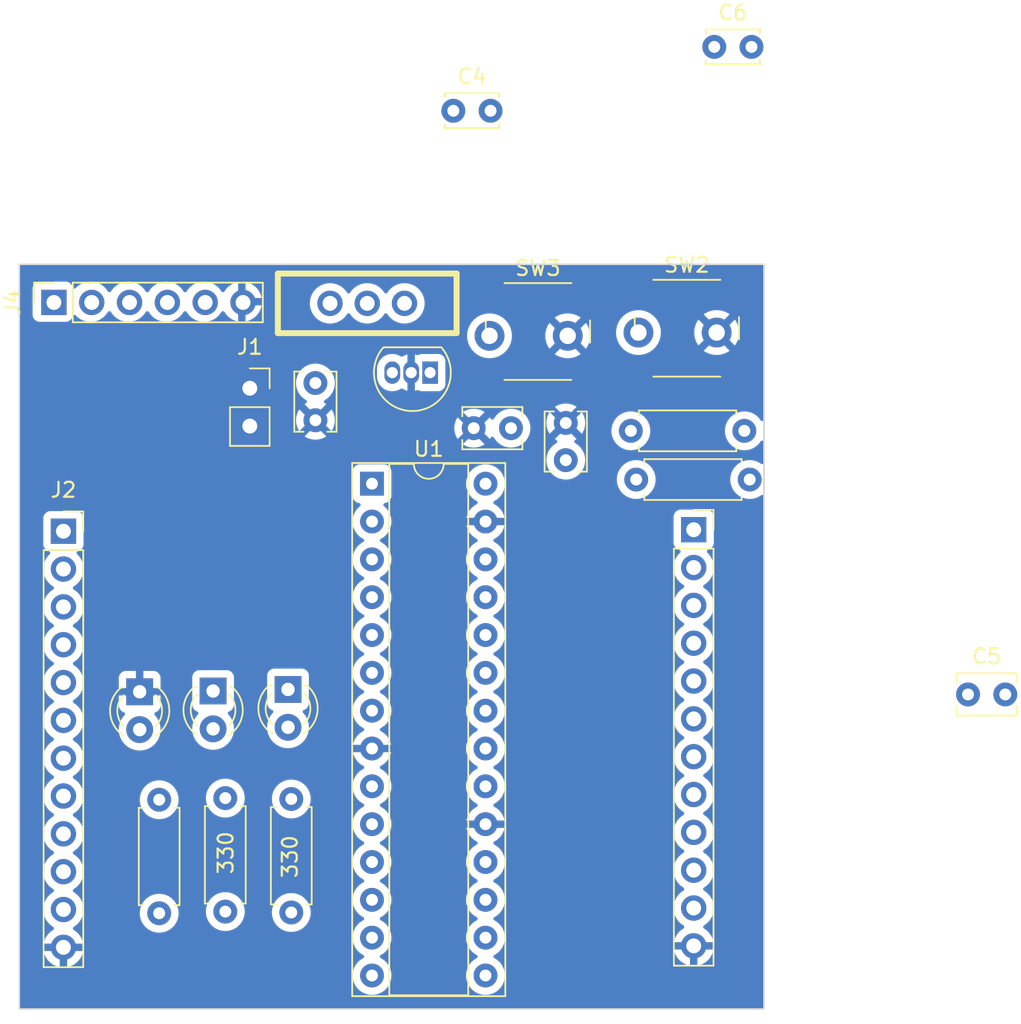
<source format=kicad_pcb>
(kicad_pcb (version 20221018) (generator pcbnew)
  (layers (0 "F.Cu" signal) (31 "B.Cu" signal) (34 "B.Paste" user) (35 "F.Paste" user) (36 "B.SilkS" user "B.Silkscreen") (37 "F.SilkS" user "F.Silkscreen") (38 "B.Mask" user) (39 "F.Mask" user) (44 "Edge.Cuts" user))
  (net 0 "")
  (net 1 "+3.3V")
  (net 2 "GND")
  (net 3 "/GREEN")
  (net 4 "Net-(D1-A)")
  (net 5 "Net-(D2-A)")
  (net 6 "/YELLOW")
  (net 7 "Net-(D3-A)")
  (net 8 "Net-(J1-Pin_1)")
  (net 9 "/A0")
  (net 10 "/A1")
  (net 11 "/B0")
  (net 12 "/B1")
  (net 13 "/B2")
  (net 14 "/A3")
  (net 15 "/B6")
  (net 16 "/Vin")
  (net 17 "/B15")
  (net 18 "/B14")
  (net 19 "/B13")
  (net 20 "/B12")
  (net 21 "/B11")
  (net 22 "/B10")
  (net 23 "/B9")
  (net 24 "/B8")
  (net 25 "/B7")
  (net 27 "/U1TX")
  (net 28 "/U1RX")
  (net 29 "Net-(J4-Pin_4)")
  (net 31 "/MCLR")
  (net 32 "/USER")
  (net 33 "Net-(U1-Vcap)")
  (footprint "Capacitor_THT:C_Disc_D3.4mm_W2.1mm_P2.50mm" (layer "F.Cu") (at 146.66 85.4)
    (fp_text reference "C6" (at 1.25 -2.3) (layer "F.SilkS"))
    (fp_text value "0.1uF")
    (fp_line (start -0.57 -1.17) (end -0.57 -0.925) (stroke (width 0.12)) (layer "F.SilkS"))
    (fp_line (start -0.57 -1.17) (end 3.07 -1.17) (stroke (width 0.12)) (layer "F.SilkS"))
    (fp_line (start -0.57 0.925) (end -0.57 1.17) (stroke (width 0.12)) (layer "F.SilkS"))
    (fp_line (start -0.57 1.17) (end 3.07 1.17) (stroke (width 0.12)) (layer "F.SilkS"))
    (fp_line (start 3.07 -1.17) (end 3.07 -0.925) (stroke (width 0.12)) (layer "F.SilkS"))
    (fp_line (start 3.07 0.925) (end 3.07 1.17) (stroke (width 0.12)) (layer "F.SilkS"))
    (pad "1" thru_hole circle (at 0 0) (size 1.6 1.6) (drill 0.8) (layers "*.Cu" "*.Mask") (net 1 "+3.3V"))
    (pad "2" thru_hole circle (at 2.5 0) (size 1.6 1.6) (drill 0.8) (layers "*.Cu" "*.Mask") (net 2 "GND"))
  )
  (footprint "Capacitor_THT:C_Disc_D3.8mm_W2.6mm_P2.50mm" (layer "F.Cu") (at 133.01 111 180)
    (fp_text reference "C2" hide)
    (fp_text value "1uF")
    (fp_line (start -0.77 -1.42) (end -0.77 -0.795) (stroke (width 0.12)) (layer "F.SilkS"))
    (fp_line (start -0.77 -1.42) (end 3.27 -1.42) (stroke (width 0.12)) (layer "F.SilkS"))
    (fp_line (start -0.77 0.795) (end -0.77 1.42) (stroke (width 0.12)) (layer "F.SilkS"))
    (fp_line (start -0.77 1.42) (end 3.27 1.42) (stroke (width 0.12)) (layer "F.SilkS"))
    (fp_line (start 3.27 -1.42) (end 3.27 -0.795) (stroke (width 0.12)) (layer "F.SilkS"))
    (fp_line (start 3.27 0.795) (end 3.27 1.42) (stroke (width 0.12)) (layer "F.SilkS"))
    (pad "1" thru_hole circle (at 0 0 180) (size 1.6 1.6) (drill 0.8) (layers "*.Cu" "*.Mask") (net 1 "+3.3V"))
    (pad "2" thru_hole circle (at 2.5 0 180) (size 1.6 1.6) (drill 0.8) (layers "*.Cu" "*.Mask") (net 2 "GND"))
  )
  (footprint "ME433:SlideSwitch" (layer "F.Cu") (at 123.36 102.62)
    (fp_text reference "SW1" hide)
    (fp_text value "PWR" hide)
    (fp_line (start -6 -2) (end -6 2) (stroke (width 0.4)) (layer "F.SilkS"))
    (fp_line (start -6 2) (end 6 2) (stroke (width 0.4)) (layer "F.SilkS"))
    (fp_line (start 6 -2) (end -6 -2) (stroke (width 0.4)) (layer "F.SilkS"))
    (fp_line (start 6 -2) (end 6 2) (stroke (width 0.4)) (layer "F.SilkS"))
    (pad "1" thru_hole circle (at -2.5 0) (size 1.7 1.7) (drill 1) (layers "*.Cu" "*.Mask") (net 29 "Net-(J4-Pin_4)"))
    (pad "2" thru_hole circle (at 0 0) (size 1.7 1.7) (drill 1) (layers "*.Cu" "*.Mask") (net 16 "/Vin"))
    (pad "3" thru_hole circle (at 2.5 0) (size 1.7 1.7) (drill 1) (layers "*.Cu" "*.Mask") (net 8 "Net-(J1-Pin_1)"))
  )
  (footprint "ME433:SW_PUSH" (layer "F.Cu") (at 131.57 102.26)
    (fp_text reference "SW3" (at 3.25 -2) (layer "F.SilkS"))
    (fp_text value "USER")
    (fp_line (start -0.25 1.5) (end -0.25 3) (stroke (width 0.12)) (layer "F.SilkS"))
    (fp_line (start 1 5.5) (end 5.5 5.5) (stroke (width 0.12)) (layer "F.SilkS"))
    (fp_line (start 5.5 -1) (end 1 -1) (stroke (width 0.12)) (layer "F.SilkS"))
    (fp_line (start 6.75 3) (end 6.75 1.5) (stroke (width 0.12)) (layer "F.SilkS"))
    (pad "1" thru_hole circle (at 0 2.54 90) (size 2 2) (drill 1.1) (layers "*.Cu" "*.Mask") (net 32 "/USER"))
    (pad "2" thru_hole circle (at 5.25 2.54 90) (size 2 2) (drill 1.1) (layers "*.Cu" "*.Mask") (net 2 "GND"))
  )
  (footprint "ME433:SW_PUSH" (layer "F.Cu") (at 141.57 102.04)
    (fp_text reference "SW2" (at 3.25 -2) (layer "F.SilkS"))
    (fp_text value "MCLR")
    (fp_line (start -0.25 1.5) (end -0.25 3) (stroke (width 0.12)) (layer "F.SilkS"))
    (fp_line (start 1 5.5) (end 5.5 5.5) (stroke (width 0.12)) (layer "F.SilkS"))
    (fp_line (start 5.5 -1) (end 1 -1) (stroke (width 0.12)) (layer "F.SilkS"))
    (fp_line (start 6.75 3) (end 6.75 1.5) (stroke (width 0.12)) (layer "F.SilkS"))
    (pad "1" thru_hole circle (at 0 2.54 90) (size 2 2) (drill 1.1) (layers "*.Cu" "*.Mask") (net 31 "/MCLR"))
    (pad "2" thru_hole circle (at 5.25 2.54 90) (size 2 2) (drill 1.1) (layers "*.Cu" "*.Mask") (net 2 "GND"))
  )
  (footprint "Connector_PinSocket_2.54mm:PinSocket_1x06_P2.54mm_Vertical" (layer "F.Cu") (at 102.32 102.56 90)
    (fp_text reference "J4" (at 0 -2.77 90) (layer "F.SilkS"))
    (fp_text value "CP2102")
    (fp_line (start -1.33 1.27) (end -1.33 14.03) (stroke (width 0.12)) (layer "F.SilkS"))
    (fp_line (start -1.33 1.27) (end 1.33 1.27) (stroke (width 0.12)) (layer "F.SilkS"))
    (fp_line (start -1.33 14.03) (end 1.33 14.03) (stroke (width 0.12)) (layer "F.SilkS"))
    (fp_line (start 0 -1.33) (end 1.33 -1.33) (stroke (width 0.12)) (layer "F.SilkS"))
    (fp_line (start 1.33 -1.33) (end 1.33 0) (stroke (width 0.12)) (layer "F.SilkS"))
    (fp_line (start 1.33 1.27) (end 1.33 14.03) (stroke (width 0.12)) (layer "F.SilkS"))
    (pad "1" thru_hole rect (at 0 0 90) (size 1.7 1.7) (drill 1) (layers "*.Cu" "*.Mask"))
    (pad "2" thru_hole oval (at 0 2.54 90) (size 1.7 1.7) (drill 1) (layers "*.Cu" "*.Mask") (net 27 "/U1TX"))
    (pad "3" thru_hole oval (at 0 5.08 90) (size 1.7 1.7) (drill 1) (layers "*.Cu" "*.Mask") (net 28 "/U1RX"))
    (pad "4" thru_hole oval (at 0 7.62 90) (size 1.7 1.7) (drill 1) (layers "*.Cu" "*.Mask") (net 29 "Net-(J4-Pin_4)"))
    (pad "5" thru_hole oval (at 0 10.16 90) (size 1.7 1.7) (drill 1) (layers "*.Cu" "*.Mask"))
    (pad "6" thru_hole oval (at 0 12.7 90) (size 1.7 1.7) (drill 1) (layers "*.Cu" "*.Mask") (net 2 "GND"))
  )
  (footprint "Connector_PinSocket_2.54mm:PinSocket_1x12_P2.54mm_Vertical" (layer "F.Cu") (at 102.96 117.92)
    (fp_text reference "J2" (at 0 -2.77) (layer "F.SilkS"))
    (fp_text value "LEFT")
    (fp_line (start -1.33 1.27) (end -1.33 29.27) (stroke (width 0.12)) (layer "F.SilkS"))
    (fp_line (start -1.33 1.27) (end 1.33 1.27) (stroke (width 0.12)) (layer "F.SilkS"))
    (fp_line (start -1.33 29.27) (end 1.33 29.27) (stroke (width 0.12)) (layer "F.SilkS"))
    (fp_line (start 0 -1.33) (end 1.33 -1.33) (stroke (width 0.12)) (layer "F.SilkS"))
    (fp_line (start 1.33 -1.33) (end 1.33 0) (stroke (width 0.12)) (layer "F.SilkS"))
    (fp_line (start 1.33 1.27) (end 1.33 29.27) (stroke (width 0.12)) (layer "F.SilkS"))
    (pad "1" thru_hole rect (at 0 0) (size 1.7 1.7) (drill 1) (layers "*.Cu" "*.Mask") (net 9 "/A0"))
    (pad "2" thru_hole oval (at 0 2.54) (size 1.7 1.7) (drill 1) (layers "*.Cu" "*.Mask") (net 10 "/A1"))
    (pad "3" thru_hole oval (at 0 5.08) (size 1.7 1.7) (drill 1) (layers "*.Cu" "*.Mask") (net 11 "/B0"))
    (pad "4" thru_hole oval (at 0 7.62) (size 1.7 1.7) (drill 1) (layers "*.Cu" "*.Mask") (net 12 "/B1"))
    (pad "5" thru_hole oval (at 0 10.16) (size 1.7 1.7) (drill 1) (layers "*.Cu" "*.Mask") (net 13 "/B2"))
    (pad "6" thru_hole oval (at 0 12.7) (size 1.7 1.7) (drill 1) (layers "*.Cu" "*.Mask") (net 14 "/A3"))
    (pad "7" thru_hole oval (at 0 15.24) (size 1.7 1.7) (drill 1) (layers "*.Cu" "*.Mask") (net 3 "/GREEN"))
    (pad "8" thru_hole oval (at 0 17.78) (size 1.7 1.7) (drill 1) (layers "*.Cu" "*.Mask") (net 6 "/YELLOW"))
    (pad "9" thru_hole oval (at 0 20.32) (size 1.7 1.7) (drill 1) (layers "*.Cu" "*.Mask") (net 15 "/B6"))
    (pad "10" thru_hole oval (at 0 22.86) (size 1.7 1.7) (drill 1) (layers "*.Cu" "*.Mask") (net 16 "/Vin"))
    (pad "11" thru_hole oval (at 0 25.4) (size 1.7 1.7) (drill 1) (layers "*.Cu" "*.Mask") (net 1 "+3.3V"))
    (pad "12" thru_hole oval (at 0 27.94) (size 1.7 1.7) (drill 1) (layers "*.Cu" "*.Mask") (net 2 "GND"))
  )
  (footprint "Resistor_THT:R_Axial_DIN0207_L6.3mm_D2.5mm_P7.62mm_Horizontal" (layer "F.Cu") (at 113.83 135.84 -90)
    (fp_text reference "R2" hide)
    (fp_text value "330" (at 3.67 -0.03 90) (layer "F.SilkS"))
    (fp_line (start 0.54 -1.37) (end 7.08 -1.37) (stroke (width 0.12)) (layer "F.SilkS"))
    (fp_line (start 0.54 -1.04) (end 0.54 -1.37) (stroke (width 0.12)) (layer "F.SilkS"))
    (fp_line (start 0.54 1.04) (end 0.54 1.37) (stroke (width 0.12)) (layer "F.SilkS"))
    (fp_line (start 0.54 1.37) (end 7.08 1.37) (stroke (width 0.12)) (layer "F.SilkS"))
    (fp_line (start 7.08 -1.37) (end 7.08 -1.04) (stroke (width 0.12)) (layer "F.SilkS"))
    (fp_line (start 7.08 1.37) (end 7.08 1.04) (stroke (width 0.12)) (layer "F.SilkS"))
    (pad "1" thru_hole circle (at 0 0 270) (size 1.6 1.6) (drill 0.8) (layers "*.Cu" "*.Mask") (net 5 "Net-(D2-A)"))
    (pad "2" thru_hole oval (at 7.62 0 270) (size 1.6 1.6) (drill 0.8) (layers "*.Cu" "*.Mask") (net 1 "+3.3V"))
  )
  (footprint "Connector_PinSocket_2.54mm:PinSocket_1x12_P2.54mm_Vertical" (layer "F.Cu") (at 145.28 117.82)
    (fp_text reference "J3" hide)
    (fp_text value "RIGHT")
    (fp_line (start -1.33 1.27) (end -1.33 29.27) (stroke (width 0.12)) (layer "F.SilkS"))
    (fp_line (start -1.33 1.27) (end 1.33 1.27) (stroke (width 0.12)) (layer "F.SilkS"))
    (fp_line (start -1.33 29.27) (end 1.33 29.27) (stroke (width 0.12)) (layer "F.SilkS"))
    (fp_line (start 0 -1.33) (end 1.33 -1.33) (stroke (width 0.12)) (layer "F.SilkS"))
    (fp_line (start 1.33 -1.33) (end 1.33 0) (stroke (width 0.12)) (layer "F.SilkS"))
    (fp_line (start 1.33 1.27) (end 1.33 29.27) (stroke (width 0.12)) (layer "F.SilkS"))
    (pad "1" thru_hole rect (at 0 0) (size 1.7 1.7) (drill 1) (layers "*.Cu" "*.Mask") (net 17 "/B15"))
    (pad "2" thru_hole oval (at 0 2.54) (size 1.7 1.7) (drill 1) (layers "*.Cu" "*.Mask") (net 18 "/B14"))
    (pad "3" thru_hole oval (at 0 5.08) (size 1.7 1.7) (drill 1) (layers "*.Cu" "*.Mask") (net 19 "/B13"))
    (pad "4" thru_hole oval (at 0 7.62) (size 1.7 1.7) (drill 1) (layers "*.Cu" "*.Mask") (net 20 "/B12"))
    (pad "5" thru_hole oval (at 0 10.16) (size 1.7 1.7) (drill 1) (layers "*.Cu" "*.Mask") (net 21 "/B11"))
    (pad "6" thru_hole oval (at 0 12.7) (size 1.7 1.7) (drill 1) (layers "*.Cu" "*.Mask") (net 22 "/B10"))
    (pad "7" thru_hole oval (at 0 15.24) (size 1.7 1.7) (drill 1) (layers "*.Cu" "*.Mask") (net 23 "/B9"))
    (pad "8" thru_hole oval (at 0 17.78) (size 1.7 1.7) (drill 1) (layers "*.Cu" "*.Mask") (net 24 "/B8"))
    (pad "9" thru_hole oval (at 0 20.32) (size 1.7 1.7) (drill 1) (layers "*.Cu" "*.Mask") (net 25 "/B7"))
    (pad "10" thru_hole oval (at 0 22.86) (size 1.7 1.7) (drill 1) (layers "*.Cu" "*.Mask") (net 16 "/Vin"))
    (pad "11" thru_hole oval (at 0 25.4) (size 1.7 1.7) (drill 1) (layers "*.Cu" "*.Mask") (net 1 "+3.3V"))
    (pad "12" thru_hole oval (at 0 27.94) (size 1.7 1.7) (drill 1) (layers "*.Cu" "*.Mask") (net 2 "GND"))
  )
  (footprint "Resistor_THT:R_Axial_DIN0207_L6.3mm_D2.5mm_P7.62mm_Horizontal" (layer "F.Cu") (at 109.39 135.95 -90)
    (fp_text reference "R3" hide)
    (fp_text value "330")
    (fp_line (start 0.54 -1.37) (end 7.08 -1.37) (stroke (width 0.12)) (layer "F.SilkS"))
    (fp_line (start 0.54 -1.04) (end 0.54 -1.37) (stroke (width 0.12)) (layer "F.SilkS"))
    (fp_line (start 0.54 1.04) (end 0.54 1.37) (stroke (width 0.12)) (layer "F.SilkS"))
    (fp_line (start 0.54 1.37) (end 7.08 1.37) (stroke (width 0.12)) (layer "F.SilkS"))
    (fp_line (start 7.08 -1.37) (end 7.08 -1.04) (stroke (width 0.12)) (layer "F.SilkS"))
    (fp_line (start 7.08 1.37) (end 7.08 1.04) (stroke (width 0.12)) (layer "F.SilkS"))
    (pad "1" thru_hole circle (at 0 0 270) (size 1.6 1.6) (drill 0.8) (layers "*.Cu" "*.Mask") (net 7 "Net-(D3-A)"))
    (pad "2" thru_hole oval (at 7.62 0 270) (size 1.6 1.6) (drill 0.8) (layers "*.Cu" "*.Mask") (net 1 "+3.3V"))
  )
  (footprint "Resistor_THT:R_Axial_DIN0207_L6.3mm_D2.5mm_P7.62mm_Horizontal" (layer "F.Cu") (at 149.04 114.45 180)
    (fp_text reference "R5" hide)
    (fp_text value "10K")
    (fp_line (start 0.54 -1.37) (end 7.08 -1.37) (stroke (width 0.12)) (layer "F.SilkS"))
    (fp_line (start 0.54 -1.04) (end 0.54 -1.37) (stroke (width 0.12)) (layer "F.SilkS"))
    (fp_line (start 0.54 1.04) (end 0.54 1.37) (stroke (width 0.12)) (layer "F.SilkS"))
    (fp_line (start 0.54 1.37) (end 7.08 1.37) (stroke (width 0.12)) (layer "F.SilkS"))
    (fp_line (start 7.08 -1.37) (end 7.08 -1.04) (stroke (width 0.12)) (layer "F.SilkS"))
    (fp_line (start 7.08 1.37) (end 7.08 1.04) (stroke (width 0.12)) (layer "F.SilkS"))
    (pad "1" thru_hole circle (at 0 0 180) (size 1.6 1.6) (drill 0.8) (layers "*.Cu" "*.Mask") (net 1 "+3.3V"))
    (pad "2" thru_hole oval (at 7.62 0 180) (size 1.6 1.6) (drill 0.8) (layers "*.Cu" "*.Mask") (net 32 "/USER"))
  )
  (footprint "Resistor_THT:R_Axial_DIN0207_L6.3mm_D2.5mm_P7.62mm_Horizontal" (layer "F.Cu") (at 118.26 135.9 -90)
    (fp_text reference "330" (at 3.87 0.09 90) (layer "F.SilkS"))
    (fp_text value "R" hide)
    (fp_line (start 0.54 -1.37) (end 7.08 -1.37) (stroke (width 0.12)) (layer "F.SilkS"))
    (fp_line (start 0.54 -1.04) (end 0.54 -1.37) (stroke (width 0.12)) (layer "F.SilkS"))
    (fp_line (start 0.54 1.04) (end 0.54 1.37) (stroke (width 0.12)) (layer "F.SilkS"))
    (fp_line (start 0.54 1.37) (end 7.08 1.37) (stroke (width 0.12)) (layer "F.SilkS"))
    (fp_line (start 7.08 -1.37) (end 7.08 -1.04) (stroke (width 0.12)) (layer "F.SilkS"))
    (fp_line (start 7.08 1.37) (end 7.08 1.04) (stroke (width 0.12)) (layer "F.SilkS"))
    (pad "1" thru_hole circle (at 0 0 270) (size 1.6 1.6) (drill 0.8) (layers "*.Cu" "*.Mask") (net 4 "Net-(D1-A)"))
    (pad "2" thru_hole oval (at 7.62 0 270) (size 1.6 1.6) (drill 0.8) (layers "*.Cu" "*.Mask") (net 1 "+3.3V"))
  )
  (footprint "Capacitor_THT:C_Disc_D3.8mm_W2.6mm_P2.50mm" (layer "F.Cu") (at 136.69 113.15 90)
    (fp_text reference "C3" hide)
    (fp_text value "1uF")
    (fp_line (start -0.77 -1.42) (end -0.77 -0.795) (stroke (width 0.12)) (layer "F.SilkS"))
    (fp_line (start -0.77 -1.42) (end 3.27 -1.42) (stroke (width 0.12)) (layer "F.SilkS"))
    (fp_line (start -0.77 0.795) (end -0.77 1.42) (stroke (width 0.12)) (layer "F.SilkS"))
    (fp_line (start -0.77 1.42) (end 3.27 1.42) (stroke (width 0.12)) (layer "F.SilkS"))
    (fp_line (start 3.27 -1.42) (end 3.27 -0.795) (stroke (width 0.12)) (layer "F.SilkS"))
    (fp_line (start 3.27 0.795) (end 3.27 1.42) (stroke (width 0.12)) (layer "F.SilkS"))
    (pad "1" thru_hole circle (at 0 0 90) (size 1.6 1.6) (drill 0.8) (layers "*.Cu" "*.Mask") (net 1 "+3.3V"))
    (pad "2" thru_hole circle (at 2.5 0 90) (size 1.6 1.6) (drill 0.8) (layers "*.Cu" "*.Mask") (net 2 "GND"))
  )
  (footprint "Connector_PinSocket_2.54mm:PinSocket_1x02_P2.54mm_Vertical" (layer "F.Cu") (at 115.475 108.32)
    (fp_text reference "J1" (at 0 -2.77) (layer "F.SilkS"))
    (fp_text value "Battery")
    (fp_line (start -1.33 1.27) (end -1.33 3.87) (stroke (width 0.12)) (layer "F.SilkS"))
    (fp_line (start -1.33 1.27) (end 1.33 1.27) (stroke (width 0.12)) (layer "F.SilkS"))
    (fp_line (start -1.33 3.87) (end 1.33 3.87) (stroke (width 0.12)) (layer "F.SilkS"))
    (fp_line (start 0 -1.33) (end 1.33 -1.33) (stroke (width 0.12)) (layer "F.SilkS"))
    (fp_line (start 1.33 -1.33) (end 1.33 0) (stroke (width 0.12)) (layer "F.SilkS"))
    (fp_line (start 1.33 1.27) (end 1.33 3.87) (stroke (width 0.12)) (layer "F.SilkS"))
    (pad "1" thru_hole rect (at 0 0) (size 1.7 1.7) (drill 1) (layers "*.Cu" "*.Mask") (net 8 "Net-(J1-Pin_1)"))
    (pad "2" thru_hole oval (at 0 2.54) (size 1.7 1.7) (drill 1) (layers "*.Cu" "*.Mask") (net 2 "GND"))
  )
  (footprint "LED_THT:LED_D3.0mm" (layer "F.Cu") (at 118.04 128.545 -90)
    (fp_text reference "D1" hide)
    (fp_text value "GREEN")
    (fp_line (start -0.29 -1.236) (end -0.29 -1.08) (stroke (width 0.12)) (layer "F.SilkS"))
    (fp_line (start -0.29 1.08) (end -0.29 1.236) (stroke (width 0.12)) (layer "F.SilkS"))
    (fp_arc (start -0.29 -1.235516) (mid 1.366487 -1.987659) (end 2.942335 -1.078608) (stroke (width 0.12)) (layer "F.SilkS"))
    (fp_arc (start 0.229039 -1.08) (mid 1.270117 -1.5) (end 2.31113 -1.079837) (stroke (width 0.12)) (layer "F.SilkS"))
    (fp_arc (start 2.31113 1.079837) (mid 1.270117 1.5) (end 0.229039 1.08) (stroke (width 0.12)) (layer "F.SilkS"))
    (fp_arc (start 2.942335 1.078608) (mid 1.366487 1.987659) (end -0.29 1.235516) (stroke (width 0.12)) (layer "F.SilkS"))
    (pad "1" thru_hole rect (at 0 0 270) (size 1.8 1.8) (drill 0.9) (layers "*.Cu" "*.Mask") (net 3 "/GREEN"))
    (pad "2" thru_hole circle (at 2.54 0 270) (size 1.8 1.8) (drill 0.9) (layers "*.Cu" "*.Mask") (net 4 "Net-(D1-A)"))
  )
  (footprint "LED_THT:LED_D3.0mm" (layer "F.Cu") (at 113.01 128.65 -90)
    (fp_text reference "D3" hide)
    (fp_text value "YELLOW")
    (fp_line (start -0.29 -1.236) (end -0.29 -1.08) (stroke (width 0.12)) (layer "F.SilkS"))
    (fp_line (start -0.29 1.08) (end -0.29 1.236) (stroke (width 0.12)) (layer "F.SilkS"))
    (fp_arc (start -0.29 -1.235516) (mid 1.366487 -1.987659) (end 2.942335 -1.078608) (stroke (width 0.12)) (layer "F.SilkS"))
    (fp_arc (start 0.229039 -1.08) (mid 1.270117 -1.5) (end 2.31113 -1.079837) (stroke (width 0.12)) (layer "F.SilkS"))
    (fp_arc (start 2.31113 1.079837) (mid 1.270117 1.5) (end 0.229039 1.08) (stroke (width 0.12)) (layer "F.SilkS"))
    (fp_arc (start 2.942335 1.078608) (mid 1.366487 1.987659) (end -0.29 1.235516) (stroke (width 0.12)) (layer "F.SilkS"))
    (pad "1" thru_hole rect (at 0 0 270) (size 1.8 1.8) (drill 0.9) (layers "*.Cu" "*.Mask") (net 6 "/YELLOW"))
    (pad "2" thru_hole circle (at 2.54 0 270) (size 1.8 1.8) (drill 0.9) (layers "*.Cu" "*.Mask") (net 7 "Net-(D3-A)"))
  )
  (footprint "Capacitor_THT:C_Disc_D3.4mm_W2.1mm_P2.50mm" (layer "F.Cu") (at 129.14 89.69)
    (fp_text reference "C4" (at 1.25 -2.3) (layer "F.SilkS"))
    (fp_text value "0.1uF")
    (fp_line (start -0.57 -1.17) (end -0.57 -0.925) (stroke (width 0.12)) (layer "F.SilkS"))
    (fp_line (start -0.57 -1.17) (end 3.07 -1.17) (stroke (width 0.12)) (layer "F.SilkS"))
    (fp_line (start -0.57 0.925) (end -0.57 1.17) (stroke (width 0.12)) (layer "F.SilkS"))
    (fp_line (start -0.57 1.17) (end 3.07 1.17) (stroke (width 0.12)) (layer "F.SilkS"))
    (fp_line (start 3.07 -1.17) (end 3.07 -0.925) (stroke (width 0.12)) (layer "F.SilkS"))
    (fp_line (start 3.07 0.925) (end 3.07 1.17) (stroke (width 0.12)) (layer "F.SilkS"))
    (pad "1" thru_hole circle (at 0 0) (size 1.6 1.6) (drill 0.8) (layers "*.Cu" "*.Mask") (net 1 "+3.3V"))
    (pad "2" thru_hole circle (at 2.5 0) (size 1.6 1.6) (drill 0.8) (layers "*.Cu" "*.Mask") (net 2 "GND"))
  )
  (footprint "Package_TO_SOT_THT:TO-92L_Inline" (layer "F.Cu") (at 127.58 107.27 180)
    (fp_text reference "U2" hide)
    (fp_text value "AP7381")
    (fp_line (start -0.75 1.7) (end 3.1 1.7) (stroke (width 0.12)) (layer "F.SilkS"))
    (fp_arc (start -0.75 1.7) (mid 1.183448 -2.579449) (end 3.138611 1.690122) (stroke (width 0.12)) (layer "F.SilkS"))
    (pad "1" thru_hole rect (at 0 0 180) (size 1.05 1.5) (drill 0.75) (layers "*.Cu" "*.Mask") (net 1 "+3.3V"))
    (pad "2" thru_hole oval (at 1.27 0 180) (size 1.05 1.5) (drill 0.75) (layers "*.Cu" "*.Mask") (net 2 "GND"))
    (pad "3" thru_hole oval (at 2.54 0 180) (size 1.05 1.5) (drill 0.75) (layers "*.Cu" "*.Mask") (net 16 "/Vin"))
  )
  (footprint "Resistor_THT:R_Axial_DIN0207_L6.3mm_D2.5mm_P7.62mm_Horizontal" (layer "F.Cu") (at 148.68 111.18 180)
    (fp_text reference "R4" hide)
    (fp_text value "10K")
    (fp_line (start 0.54 -1.37) (end 7.08 -1.37) (stroke (width 0.12)) (layer "F.SilkS"))
    (fp_line (start 0.54 -1.04) (end 0.54 -1.37) (stroke (width 0.12)) (layer "F.SilkS"))
    (fp_line (start 0.54 1.04) (end 0.54 1.37) (stroke (width 0.12)) (layer "F.SilkS"))
    (fp_line (start 0.54 1.37) (end 7.08 1.37) (stroke (width 0.12)) (layer "F.SilkS"))
    (fp_line (start 7.08 -1.37) (end 7.08 -1.04) (stroke (width 0.12)) (layer "F.SilkS"))
    (fp_line (start 7.08 1.37) (end 7.08 1.04) (stroke (width 0.12)) (layer "F.SilkS"))
    (pad "1" thru_hole circle (at 0 0 180) (size 1.6 1.6) (drill 0.8) (layers "*.Cu" "*.Mask") (net 1 "+3.3V"))
    (pad "2" thru_hole oval (at 7.62 0 180) (size 1.6 1.6) (drill 0.8) (layers "*.Cu" "*.Mask") (net 31 "/MCLR"))
  )
  (footprint "Capacitor_THT:C_Disc_D3.8mm_W2.6mm_P2.50mm" (layer "F.Cu") (at 119.88 107.97 -90)
    (fp_text reference "C1" hide)
    (fp_text value "1uF")
    (fp_line (start -0.77 -1.42) (end -0.77 -0.795) (stroke (width 0.12)) (layer "F.SilkS"))
    (fp_line (start -0.77 -1.42) (end 3.27 -1.42) (stroke (width 0.12)) (layer "F.SilkS"))
    (fp_line (start -0.77 0.795) (end -0.77 1.42) (stroke (width 0.12)) (layer "F.SilkS"))
    (fp_line (start -0.77 1.42) (end 3.27 1.42) (stroke (width 0.12)) (layer "F.SilkS"))
    (fp_line (start 3.27 -1.42) (end 3.27 -0.795) (stroke (width 0.12)) (layer "F.SilkS"))
    (fp_line (start 3.27 0.795) (end 3.27 1.42) (stroke (width 0.12)) (layer "F.SilkS"))
    (pad "1" thru_hole circle (at 0 0 270) (size 1.6 1.6) (drill 0.8) (layers "*.Cu" "*.Mask") (net 16 "/Vin"))
    (pad "2" thru_hole circle (at 2.5 0 270) (size 1.6 1.6) (drill 0.8) (layers "*.Cu" "*.Mask") (net 2 "GND"))
  )
  (footprint "LED_THT:LED_D3.0mm" (layer "F.Cu") (at 108.08 128.7 -90)
    (fp_text reference "D2" hide)
    (fp_text value "RED")
    (fp_line (start -0.29 -1.236) (end -0.29 -1.08) (stroke (width 0.12)) (layer "F.SilkS"))
    (fp_line (start -0.29 1.08) (end -0.29 1.236) (stroke (width 0.12)) (layer "F.SilkS"))
    (fp_arc (start -0.29 -1.235516) (mid 1.366487 -1.987659) (end 2.942335 -1.078608) (stroke (width 0.12)) (layer "F.SilkS"))
    (fp_arc (start 0.229039 -1.08) (mid 1.270117 -1.5) (end 2.31113 -1.079837) (stroke (width 0.12)) (layer "F.SilkS"))
    (fp_arc (start 2.31113 1.079837) (mid 1.270117 1.5) (end 0.229039 1.08) (stroke (width 0.12)) (layer "F.SilkS"))
    (fp_arc (start 2.942335 1.078608) (mid 1.366487 1.987659) (end -0.29 1.235516) (stroke (width 0.12)) (layer "F.SilkS"))
    (pad "1" thru_hole rect (at 0 0 270) (size 1.8 1.8) (drill 0.9) (layers "*.Cu" "*.Mask") (net 2 "GND"))
    (pad "2" thru_hole circle (at 2.54 0 270) (size 1.8 1.8) (drill 0.9) (layers "*.Cu" "*.Mask") (net 5 "Net-(D2-A)"))
  )
  (footprint "Capacitor_THT:C_Disc_D3.8mm_W2.6mm_P2.50mm" (layer "F.Cu") (at 163.7 128.88)
    (fp_text reference "C5" (at 1.25 -2.55) (layer "F.SilkS"))
    (fp_text value "1uF")
    (fp_line (start -0.77 -1.42) (end -0.77 -0.795) (stroke (width 0.12)) (layer "F.SilkS"))
    (fp_line (start -0.77 -1.42) (end 3.27 -1.42) (stroke (width 0.12)) (layer "F.SilkS"))
    (fp_line (start -0.77 0.795) (end -0.77 1.42) (stroke (width 0.12)) (layer "F.SilkS"))
    (fp_line (start -0.77 1.42) (end 3.27 1.42) (stroke (width 0.12)) (layer "F.SilkS"))
    (fp_line (start 3.27 -1.42) (end 3.27 -0.795) (stroke (width 0.12)) (layer "F.SilkS"))
    (fp_line (start 3.27 0.795) (end 3.27 1.42) (stroke (width 0.12)) (layer "F.SilkS"))
    (pad "1" thru_hole circle (at 0 0) (size 1.6 1.6) (drill 0.8) (layers "*.Cu" "*.Mask") (net 33 "Net-(U1-Vcap)"))
    (pad "2" thru_hole circle (at 2.5 0) (size 1.6 1.6) (drill 0.8) (layers "*.Cu" "*.Mask") (net 2 "GND"))
  )
  (footprint "Package_DIP:DIP-28_W7.62mm_Socket" (layer "F.Cu") (at 123.68 114.73)
    (fp_text reference "U1" (at 3.81 -2.33) (layer "F.SilkS"))
    (fp_text value "~")
    (fp_line (start -1.33 -1.39) (end -1.33 34.41) (stroke (width 0.12)) (layer "F.SilkS"))
    (fp_line (start -1.33 34.41) (end 8.95 34.41) (stroke (width 0.12)) (layer "F.SilkS"))
    (fp_line (start 1.16 -1.33) (end 1.16 34.35) (stroke (width 0.12)) (layer "F.SilkS"))
    (fp_line (start 1.16 34.35) (end 6.46 34.35) (stroke (width 0.12)) (layer "F.SilkS"))
    (fp_line (start 2.81 -1.33) (end 1.16 -1.33) (stroke (width 0.12)) (layer "F.SilkS"))
    (fp_line (start 6.46 -1.33) (end 4.81 -1.33) (stroke (width 0.12)) (layer "F.SilkS"))
    (fp_line (start 6.46 34.35) (end 6.46 -1.33) (stroke (width 0.12)) (layer "F.SilkS"))
    (fp_line (start 8.95 -1.39) (end -1.33 -1.39) (stroke (width 0.12)) (layer "F.SilkS"))
    (fp_line (start 8.95 34.41) (end 8.95 -1.39) (stroke (width 0.12)) (layer "F.SilkS"))
    (fp_arc (start 4.81 -1.33) (mid 3.81 -0.33) (end 2.81 -1.33) (stroke (width 0.12)) (layer "F.SilkS"))
    (pad "1" thru_hole rect (at 0 0) (size 1.6 1.6) (drill 0.8) (layers "*.Cu" "*.Mask") (net 31 "/MCLR"))
    (pad "2" thru_hole oval (at 0 2.54) (size 1.6 1.6) (drill 0.8) (layers "*.Cu" "*.Mask") (net 9 "/A0"))
    (pad "3" thru_hole oval (at 0 5.08) (size 1.6 1.6) (drill 0.8) (layers "*.Cu" "*.Mask") (net 10 "/A1"))
    (pad "4" thru_hole oval (at 0 7.62) (size 1.6 1.6) (drill 0.8) (layers "*.Cu" "*.Mask") (net 11 "/B0"))
    (pad "5" thru_hole oval (at 0 10.16) (size 1.6 1.6) (drill 0.8) (layers "*.Cu" "*.Mask") (net 12 "/B1"))
    (pad "6" thru_hole oval (at 0 12.7) (size 1.6 1.6) (drill 0.8) (layers "*.Cu" "*.Mask") (net 13 "/B2"))
    (pad "7" thru_hole oval (at 0 15.24) (size 1.6 1.6) (drill 0.8) (layers "*.Cu" "*.Mask") (net 27 "/U1TX"))
    (pad "8" thru_hole oval (at 0 17.78) (size 1.6 1.6) (drill 0.8) (layers "*.Cu" "*.Mask") (net 2 "GND"))
    (pad "9" thru_hole oval (at 0 20.32) (size 1.6 1.6) (drill 0.8) (layers "*.Cu" "*.Mask") (net 28 "/U1RX"))
    (pad "10" thru_hole oval (at 0 22.86) (size 1.6 1.6) (drill 0.8) (layers "*.Cu" "*.Mask") (net 14 "/A3"))
    (pad "11" thru_hole oval (at 0 25.4) (size 1.6 1.6) (drill 0.8) (layers "*.Cu" "*.Mask") (net 3 "/GREEN"))
    (pad "12" thru_hole oval (at 0 27.94) (size 1.6 1.6) (drill 0.8) (layers "*.Cu" "*.Mask") (net 32 "/USER"))
    (pad "13" thru_hole oval (at 0 30.48) (size 1.6 1.6) (drill 0.8) (layers "*.Cu" "*.Mask") (net 1 "+3.3V"))
    (pad "14" thru_hole oval (at 0 33.02) (size 1.6 1.6) (drill 0.8) (layers "*.Cu" "*.Mask") (net 6 "/YELLOW"))
    (pad "15" thru_hole oval (at 7.62 33.02) (size 1.6 1.6) (drill 0.8) (layers "*.Cu" "*.Mask") (net 15 "/B6"))
    (pad "16" thru_hole oval (at 7.62 30.48) (size 1.6 1.6) (drill 0.8) (layers "*.Cu" "*.Mask") (net 25 "/B7"))
    (pad "17" thru_hole oval (at 7.62 27.94) (size 1.6 1.6) (drill 0.8) (layers "*.Cu" "*.Mask") (net 24 "/B8"))
    (pad "18" thru_hole oval (at 7.62 25.4) (size 1.6 1.6) (drill 0.8) (layers "*.Cu" "*.Mask") (net 23 "/B9"))
    (pad "19" thru_hole oval (at 7.62 22.86) (size 1.6 1.6) (drill 0.8) (layers "*.Cu" "*.Mask") (net 2 "GND"))
    (pad "20" thru_hole oval (at 7.62 20.32) (size 1.6 1.6) (drill 0.8) (layers "*.Cu" "*.Mask") (net 33 "Net-(U1-Vcap)"))
    (pad "21" thru_hole oval (at 7.62 17.78) (size 1.6 1.6) (drill 0.8) (layers "*.Cu" "*.Mask") (net 22 "/B10"))
    (pad "22" thru_hole oval (at 7.62 15.24) (size 1.6 1.6) (drill 0.8) (layers "*.Cu" "*.Mask") (net 21 "/B11"))
    (pad "23" thru_hole oval (at 7.62 12.7) (size 1.6 1.6) (drill 0.8) (layers "*.Cu" "*.Mask") (net 20 "/B12"))
    (pad "24" thru_hole oval (at 7.62 10.16) (size 1.6 1.6) (drill 0.8) (layers "*.Cu" "*.Mask") (net 19 "/B13"))
    (pad "25" thru_hole oval (at 7.62 7.62) (size 1.6 1.6) (drill 0.8) (layers "*.Cu" "*.Mask") (net 18 "/B14"))
    (pad "26" thru_hole oval (at 7.62 5.08) (size 1.6 1.6) (drill 0.8) (layers "*.Cu" "*.Mask") (net 17 "/B15"))
    (pad "27" thru_hole oval (at 7.62 2.54) (size 1.6 1.6) (drill 0.8) (layers "*.Cu" "*.Mask") (net 2 "GND"))
    (pad "28" thru_hole oval (at 7.62 0) (size 1.6 1.6) (drill 0.8) (layers "*.Cu" "*.Mask") (net 1 "+3.3V"))
  )
  (gr_rect (start 100 100) (end 150 150) (stroke (width 0.1)) (fill none) (layer "Edge.Cuts"))
  (zone (net 2) (net_name "GND") (layer "B.Cu") (connect_pads (clearance 0.5)) (min_thickness 0.25) (fill yes (thermal_gap 0.5) (thermal_bridge_width 0.5))
    (polygon (pts (xy 99.48 99.48) (xy 99.13 150.85) (xy 151.38 151.03) (xy 151.12 99.12)))
  )
)
</source>
